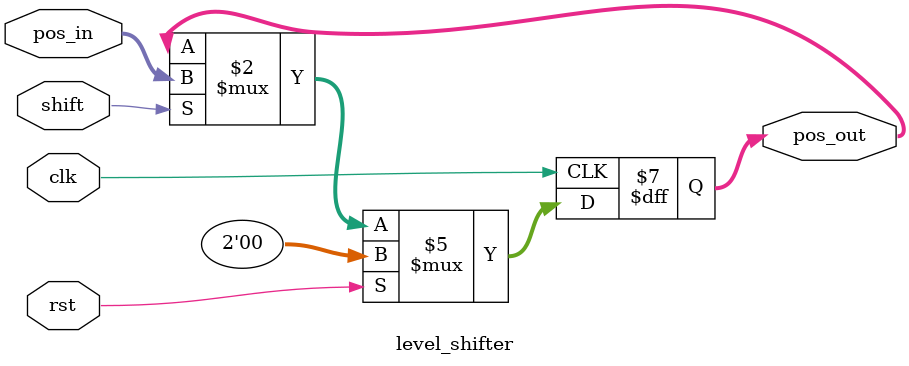
<source format=sv>

module level_shifter #(parameter LEVEL = 1) (
    input logic  clk, rst, shift, 
    input logic  [LEVEL - 2:0] pos_in,
    output logic [LEVEL - 2:0] pos_out);

    always_ff @(posedge clk) begin
        if (rst) pos_out <= 0;
        else if (shift) pos_out <= pos_in;
    end

endmodule

</source>
